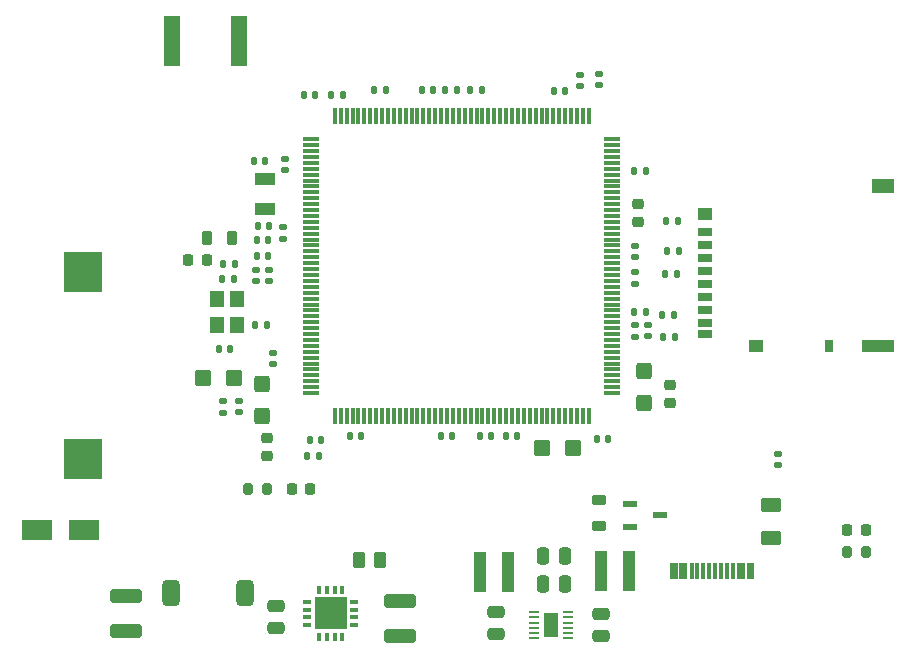
<source format=gbr>
%TF.GenerationSoftware,KiCad,Pcbnew,(5.99.0-3851-g809f4c2ffb)*%
%TF.CreationDate,2020-11-30T00:42:52+00:00*%
%TF.ProjectId,CM4,434d342e-6b69-4636-9164-5f7063625858,rev?*%
%TF.SameCoordinates,Original*%
%TF.FileFunction,Paste,Top*%
%TF.FilePolarity,Positive*%
%FSLAX46Y46*%
G04 Gerber Fmt 4.6, Leading zero omitted, Abs format (unit mm)*
G04 Created by KiCad (PCBNEW (5.99.0-3851-g809f4c2ffb)) date 2020-11-30 00:42:52*
%MOMM*%
%LPD*%
G01*
G04 APERTURE LIST*
G04 Aperture macros list*
%AMRoundRect*
0 Rectangle with rounded corners*
0 $1 Rounding radius*
0 $2 $3 $4 $5 $6 $7 $8 $9 X,Y pos of 4 corners*
0 Add a 4 corners polygon primitive as box body*
4,1,4,$2,$3,$4,$5,$6,$7,$8,$9,$2,$3,0*
0 Add four circle primitives for the rounded corners*
1,1,$1+$1,$2,$3,0*
1,1,$1+$1,$4,$5,0*
1,1,$1+$1,$6,$7,0*
1,1,$1+$1,$8,$9,0*
0 Add four rect primitives between the rounded corners*
20,1,$1+$1,$2,$3,$4,$5,0*
20,1,$1+$1,$4,$5,$6,$7,0*
20,1,$1+$1,$6,$7,$8,$9,0*
20,1,$1+$1,$8,$9,$2,$3,0*%
G04 Aperture macros list end*
%ADD10RoundRect,0.250000X-0.450000X-0.425000X0.450000X-0.425000X0.450000X0.425000X-0.450000X0.425000X0*%
%ADD11RoundRect,0.140000X0.170000X-0.140000X0.170000X0.140000X-0.170000X0.140000X-0.170000X-0.140000X0*%
%ADD12R,1.200000X0.700000*%
%ADD13R,0.800000X1.000000*%
%ADD14R,1.900000X1.300000*%
%ADD15R,2.800000X1.000000*%
%ADD16R,1.200000X1.000000*%
%ADD17R,2.500000X1.800000*%
%ADD18RoundRect,0.250000X-0.475000X0.250000X-0.475000X-0.250000X0.475000X-0.250000X0.475000X0.250000X0*%
%ADD19RoundRect,0.250000X-0.625000X0.375000X-0.625000X-0.375000X0.625000X-0.375000X0.625000X0.375000X0*%
%ADD20RoundRect,0.135000X-0.135000X-0.185000X0.135000X-0.185000X0.135000X0.185000X-0.135000X0.185000X0*%
%ADD21RoundRect,0.250000X0.425000X-0.450000X0.425000X0.450000X-0.425000X0.450000X-0.425000X-0.450000X0*%
%ADD22RoundRect,0.140000X-0.140000X-0.170000X0.140000X-0.170000X0.140000X0.170000X-0.140000X0.170000X0*%
%ADD23RoundRect,0.140000X0.140000X0.170000X-0.140000X0.170000X-0.140000X-0.170000X0.140000X-0.170000X0*%
%ADD24RoundRect,0.135000X0.135000X0.185000X-0.135000X0.185000X-0.135000X-0.185000X0.135000X-0.185000X0*%
%ADD25RoundRect,0.250000X1.100000X-0.325000X1.100000X0.325000X-1.100000X0.325000X-1.100000X-0.325000X0*%
%ADD26R,3.300000X3.500000*%
%ADD27RoundRect,0.218750X-0.218750X-0.256250X0.218750X-0.256250X0.218750X0.256250X-0.218750X0.256250X0*%
%ADD28RoundRect,0.250000X-0.262500X-0.450000X0.262500X-0.450000X0.262500X0.450000X-0.262500X0.450000X0*%
%ADD29RoundRect,0.140000X-0.170000X0.140000X-0.170000X-0.140000X0.170000X-0.140000X0.170000X0.140000X0*%
%ADD30RoundRect,0.250000X-0.425000X0.450000X-0.425000X-0.450000X0.425000X-0.450000X0.425000X0.450000X0*%
%ADD31RoundRect,0.218750X0.218750X0.381250X-0.218750X0.381250X-0.218750X-0.381250X0.218750X-0.381250X0*%
%ADD32RoundRect,0.250000X0.475000X-0.250000X0.475000X0.250000X-0.475000X0.250000X-0.475000X-0.250000X0*%
%ADD33R,0.300000X1.450000*%
%ADD34RoundRect,0.250000X0.250000X0.475000X-0.250000X0.475000X-0.250000X-0.475000X0.250000X-0.475000X0*%
%ADD35R,0.800000X0.350000*%
%ADD36R,0.350000X0.800000*%
%ADD37R,2.800000X2.800000*%
%ADD38RoundRect,0.375000X0.375000X0.725000X-0.375000X0.725000X-0.375000X-0.725000X0.375000X-0.725000X0*%
%ADD39R,0.980000X3.400000*%
%ADD40RoundRect,0.225000X0.250000X-0.225000X0.250000X0.225000X-0.250000X0.225000X-0.250000X-0.225000X0*%
%ADD41R,1.200000X1.400000*%
%ADD42RoundRect,0.218750X-0.256250X0.218750X-0.256250X-0.218750X0.256250X-0.218750X0.256250X0.218750X0*%
%ADD43R,1.800000X1.000000*%
%ADD44RoundRect,0.250000X0.450000X0.425000X-0.450000X0.425000X-0.450000X-0.425000X0.450000X-0.425000X0*%
%ADD45RoundRect,0.200000X0.200000X0.275000X-0.200000X0.275000X-0.200000X-0.275000X0.200000X-0.275000X0*%
%ADD46R,1.200000X0.600000*%
%ADD47R,1.450000X0.300000*%
%ADD48RoundRect,0.218750X-0.381250X0.218750X-0.381250X-0.218750X0.381250X-0.218750X0.381250X0.218750X0*%
%ADD49RoundRect,0.135000X-0.185000X0.135000X-0.185000X-0.135000X0.185000X-0.135000X0.185000X0.135000X0*%
%ADD50R,0.850000X0.250000*%
%ADD51R,1.310000X2.120000*%
%ADD52R,1.350000X4.200000*%
G04 APERTURE END LIST*
D10*
%TO.C,C47*%
X123750000Y-119200000D03*
X121050000Y-119200000D03*
%TD*%
D11*
%TO.C,C39*%
X99200000Y-101480000D03*
X99200000Y-100520000D03*
%TD*%
D12*
%TO.C,J4*%
X134875000Y-100925000D03*
X134875000Y-102025000D03*
X134875000Y-103125000D03*
X134875000Y-104225000D03*
X134875000Y-105325000D03*
X134875000Y-106425000D03*
X134875000Y-107525000D03*
X134875000Y-108625000D03*
X134875000Y-109575000D03*
D13*
X145375000Y-110525000D03*
D14*
X149975000Y-97025000D03*
D15*
X149525000Y-110525000D03*
D16*
X139175000Y-110525000D03*
X134875000Y-99375000D03*
%TD*%
D17*
%TO.C,D1*%
X82300000Y-126100000D03*
X78300000Y-126100000D03*
%TD*%
D18*
%TO.C,C12*%
X98600000Y-134450000D03*
X98600000Y-132550000D03*
%TD*%
D19*
%TO.C,F1*%
X140500000Y-126800000D03*
X140500000Y-124000000D03*
%TD*%
D20*
%TO.C,R19*%
X103190000Y-89300000D03*
X104210000Y-89300000D03*
%TD*%
D21*
%TO.C,C25*%
X97400000Y-113750000D03*
X97400000Y-116450000D03*
%TD*%
D22*
%TO.C,C18*%
X125720000Y-118400000D03*
X126680000Y-118400000D03*
%TD*%
D23*
%TO.C,C44*%
X129880000Y-107650000D03*
X128920000Y-107650000D03*
%TD*%
D24*
%TO.C,R24*%
X132560000Y-104500000D03*
X131540000Y-104500000D03*
%TD*%
D25*
%TO.C,C11*%
X109050000Y-132125000D03*
X109050000Y-135075000D03*
%TD*%
D26*
%TO.C,BT1*%
X82200000Y-120100000D03*
X82200000Y-104300000D03*
%TD*%
D27*
%TO.C,D2*%
X99912500Y-122700000D03*
X101487500Y-122700000D03*
%TD*%
D22*
%TO.C,C34*%
X110920000Y-88900000D03*
X111880000Y-88900000D03*
%TD*%
D23*
%TO.C,C37*%
X123080000Y-89000000D03*
X122120000Y-89000000D03*
%TD*%
D28*
%TO.C,R17*%
X105587500Y-128700000D03*
X107412500Y-128700000D03*
%TD*%
D29*
%TO.C,C17*%
X128950000Y-105280000D03*
X128950000Y-104320000D03*
%TD*%
D30*
%TO.C,C13*%
X129700000Y-115400000D03*
X129700000Y-112700000D03*
%TD*%
D23*
%TO.C,C16*%
X102380000Y-118500000D03*
X101420000Y-118500000D03*
%TD*%
D31*
%TO.C,L4*%
X94862500Y-101400000D03*
X92737500Y-101400000D03*
%TD*%
D32*
%TO.C,C9*%
X126100000Y-133250000D03*
X126100000Y-135150000D03*
%TD*%
D33*
%TO.C,J2*%
X132100000Y-129600000D03*
X132900000Y-129600000D03*
X134250000Y-129600000D03*
X135250000Y-129600000D03*
X135750000Y-129600000D03*
X136750000Y-129600000D03*
X138100000Y-129600000D03*
X138900000Y-129600000D03*
X138600000Y-129600000D03*
X137800000Y-129600000D03*
X137250000Y-129600000D03*
X136250000Y-129600000D03*
X134750000Y-129600000D03*
X133750000Y-129600000D03*
X133200000Y-129600000D03*
X132400000Y-129600000D03*
%TD*%
D27*
%TO.C,FB3*%
X91112500Y-103300000D03*
X92687500Y-103300000D03*
%TD*%
D23*
%TO.C,C15*%
X116780000Y-118200000D03*
X115820000Y-118200000D03*
%TD*%
D24*
%TO.C,R20*%
X97810000Y-108800000D03*
X96790000Y-108800000D03*
%TD*%
D23*
%TO.C,C52*%
X97980000Y-100400000D03*
X97020000Y-100400000D03*
%TD*%
D29*
%TO.C,C38*%
X125900000Y-88480000D03*
X125900000Y-87520000D03*
%TD*%
D34*
%TO.C,C8*%
X123050000Y-128350000D03*
X121150000Y-128350000D03*
%TD*%
D35*
%TO.C,IC5*%
X101200000Y-132225000D03*
X101200000Y-132875000D03*
X101200000Y-133525000D03*
X101200000Y-134175000D03*
D36*
X102225000Y-135200000D03*
X102875000Y-135200000D03*
X103525000Y-135200000D03*
X104175000Y-135200000D03*
D35*
X105200000Y-134175000D03*
X105200000Y-133525000D03*
X105200000Y-132875000D03*
X105200000Y-132225000D03*
D36*
X104175000Y-131200000D03*
X103525000Y-131200000D03*
X102875000Y-131200000D03*
X102225000Y-131200000D03*
D37*
X103200000Y-133200000D03*
%TD*%
D24*
%TO.C,R26*%
X132360000Y-109800000D03*
X131340000Y-109800000D03*
%TD*%
D34*
%TO.C,C6*%
X123050000Y-130700000D03*
X121150000Y-130700000D03*
%TD*%
D38*
%TO.C,L3*%
X95950000Y-131500000D03*
X89650000Y-131500000D03*
%TD*%
D23*
%TO.C,C35*%
X113880000Y-88900000D03*
X112920000Y-88900000D03*
%TD*%
D24*
%TO.C,R23*%
X132660000Y-102500000D03*
X131640000Y-102500000D03*
%TD*%
D25*
%TO.C,C10*%
X85900000Y-131725000D03*
X85900000Y-134675000D03*
%TD*%
D27*
%TO.C,D3*%
X146912500Y-126100000D03*
X148487500Y-126100000D03*
%TD*%
D23*
%TO.C,C31*%
X101880000Y-89300000D03*
X100920000Y-89300000D03*
%TD*%
D24*
%TO.C,R25*%
X132260000Y-107900000D03*
X131240000Y-107900000D03*
%TD*%
D39*
%TO.C,L2*%
X126115000Y-129600000D03*
X128485000Y-129600000D03*
%TD*%
D23*
%TO.C,C22*%
X113480000Y-118200000D03*
X112520000Y-118200000D03*
%TD*%
D29*
%TO.C,C21*%
X128950000Y-109780000D03*
X128950000Y-108820000D03*
%TD*%
D40*
%TO.C,C45*%
X131950000Y-113825000D03*
X131950000Y-115375000D03*
%TD*%
D41*
%TO.C,Y1*%
X93550000Y-106600000D03*
X93550000Y-108800000D03*
X95250000Y-108800000D03*
X95250000Y-106600000D03*
%TD*%
D22*
%TO.C,C29*%
X115020000Y-88900000D03*
X115980000Y-88900000D03*
%TD*%
D29*
%TO.C,C32*%
X96900000Y-105080000D03*
X96900000Y-104120000D03*
%TD*%
D42*
%TO.C,FB2*%
X97800000Y-119887500D03*
X97800000Y-118312500D03*
%TD*%
D11*
%TO.C,C20*%
X128950000Y-102070000D03*
X128950000Y-103030000D03*
%TD*%
D32*
%TO.C,C7*%
X117200000Y-133050000D03*
X117200000Y-134950000D03*
%TD*%
D29*
%TO.C,C26*%
X95400000Y-116180000D03*
X95400000Y-115220000D03*
%TD*%
D24*
%TO.C,R27*%
X107910000Y-88900000D03*
X106890000Y-88900000D03*
%TD*%
D23*
%TO.C,C19*%
X105780000Y-118200000D03*
X104820000Y-118200000D03*
%TD*%
D29*
%TO.C,C50*%
X141100000Y-120660000D03*
X141100000Y-119700000D03*
%TD*%
D43*
%TO.C,Y2*%
X97600000Y-98950000D03*
X97600000Y-96450000D03*
%TD*%
D23*
%TO.C,C51*%
X97680000Y-94900000D03*
X96720000Y-94900000D03*
%TD*%
D22*
%TO.C,C48*%
X93720000Y-110800000D03*
X94680000Y-110800000D03*
%TD*%
D44*
%TO.C,C23*%
X95050000Y-113300000D03*
X92350000Y-113300000D03*
%TD*%
D45*
%TO.C,R28*%
X148525000Y-128000000D03*
X146875000Y-128000000D03*
%TD*%
D39*
%TO.C,L1*%
X118185000Y-129700000D03*
X115815000Y-129700000D03*
%TD*%
D46*
%TO.C,Q1*%
X128550000Y-123950000D03*
X128550000Y-125850000D03*
X131050000Y-124900000D03*
%TD*%
D23*
%TO.C,C28*%
X102180000Y-119900000D03*
X101220000Y-119900000D03*
%TD*%
D40*
%TO.C,C40*%
X129200000Y-98525000D03*
X129200000Y-100075000D03*
%TD*%
D22*
%TO.C,C43*%
X96920000Y-101600000D03*
X97880000Y-101600000D03*
%TD*%
D29*
%TO.C,C27*%
X99300000Y-95680000D03*
X99300000Y-94720000D03*
%TD*%
D22*
%TO.C,C49*%
X94020000Y-104900000D03*
X94980000Y-104900000D03*
%TD*%
D29*
%TO.C,C46*%
X124300000Y-88580000D03*
X124300000Y-87620000D03*
%TD*%
%TO.C,C30*%
X98000000Y-105080000D03*
X98000000Y-104120000D03*
%TD*%
D24*
%TO.C,R22*%
X132610000Y-99950000D03*
X131590000Y-99950000D03*
%TD*%
D22*
%TO.C,C36*%
X128920000Y-95750000D03*
X129880000Y-95750000D03*
%TD*%
D29*
%TO.C,C33*%
X130100000Y-109730000D03*
X130100000Y-108770000D03*
%TD*%
D22*
%TO.C,C14*%
X118020000Y-118200000D03*
X118980000Y-118200000D03*
%TD*%
D47*
%TO.C,IC6*%
X101575000Y-93050000D03*
X101575000Y-93550000D03*
X101575000Y-94050000D03*
X101575000Y-94550000D03*
X101575000Y-95050000D03*
X101575000Y-95550000D03*
X101575000Y-96050000D03*
X101575000Y-96550000D03*
X101575000Y-97050000D03*
X101575000Y-97550000D03*
X101575000Y-98050000D03*
X101575000Y-98550000D03*
X101575000Y-99050000D03*
X101575000Y-99550000D03*
X101575000Y-100050000D03*
X101575000Y-100550000D03*
X101575000Y-101050000D03*
X101575000Y-101550000D03*
X101575000Y-102050000D03*
X101575000Y-102550000D03*
X101575000Y-103050000D03*
X101575000Y-103550000D03*
X101575000Y-104050000D03*
X101575000Y-104550000D03*
X101575000Y-105050000D03*
X101575000Y-105550000D03*
X101575000Y-106050000D03*
X101575000Y-106550000D03*
X101575000Y-107050000D03*
X101575000Y-107550000D03*
X101575000Y-108050000D03*
X101575000Y-108550000D03*
X101575000Y-109050000D03*
X101575000Y-109550000D03*
X101575000Y-110050000D03*
X101575000Y-110550000D03*
X101575000Y-111050000D03*
X101575000Y-111550000D03*
X101575000Y-112050000D03*
X101575000Y-112550000D03*
X101575000Y-113050000D03*
X101575000Y-113550000D03*
X101575000Y-114050000D03*
X101575000Y-114550000D03*
D33*
X103550000Y-116525000D03*
X104050000Y-116525000D03*
X104550000Y-116525000D03*
X105050000Y-116525000D03*
X105550000Y-116525000D03*
X106050000Y-116525000D03*
X106550000Y-116525000D03*
X107050000Y-116525000D03*
X107550000Y-116525000D03*
X108050000Y-116525000D03*
X108550000Y-116525000D03*
X109050000Y-116525000D03*
X109550000Y-116525000D03*
X110050000Y-116525000D03*
X110550000Y-116525000D03*
X111050000Y-116525000D03*
X111550000Y-116525000D03*
X112050000Y-116525000D03*
X112550000Y-116525000D03*
X113050000Y-116525000D03*
X113550000Y-116525000D03*
X114050000Y-116525000D03*
X114550000Y-116525000D03*
X115050000Y-116525000D03*
X115550000Y-116525000D03*
X116050000Y-116525000D03*
X116550000Y-116525000D03*
X117050000Y-116525000D03*
X117550000Y-116525000D03*
X118050000Y-116525000D03*
X118550000Y-116525000D03*
X119050000Y-116525000D03*
X119550000Y-116525000D03*
X120050000Y-116525000D03*
X120550000Y-116525000D03*
X121050000Y-116525000D03*
X121550000Y-116525000D03*
X122050000Y-116525000D03*
X122550000Y-116525000D03*
X123050000Y-116525000D03*
X123550000Y-116525000D03*
X124050000Y-116525000D03*
X124550000Y-116525000D03*
X125050000Y-116525000D03*
D47*
X127025000Y-114550000D03*
X127025000Y-114050000D03*
X127025000Y-113550000D03*
X127025000Y-113050000D03*
X127025000Y-112550000D03*
X127025000Y-112050000D03*
X127025000Y-111550000D03*
X127025000Y-111050000D03*
X127025000Y-110550000D03*
X127025000Y-110050000D03*
X127025000Y-109550000D03*
X127025000Y-109050000D03*
X127025000Y-108550000D03*
X127025000Y-108050000D03*
X127025000Y-107550000D03*
X127025000Y-107050000D03*
X127025000Y-106550000D03*
X127025000Y-106050000D03*
X127025000Y-105550000D03*
X127025000Y-105050000D03*
X127025000Y-104550000D03*
X127025000Y-104050000D03*
X127025000Y-103550000D03*
X127025000Y-103050000D03*
X127025000Y-102550000D03*
X127025000Y-102050000D03*
X127025000Y-101550000D03*
X127025000Y-101050000D03*
X127025000Y-100550000D03*
X127025000Y-100050000D03*
X127025000Y-99550000D03*
X127025000Y-99050000D03*
X127025000Y-98550000D03*
X127025000Y-98050000D03*
X127025000Y-97550000D03*
X127025000Y-97050000D03*
X127025000Y-96550000D03*
X127025000Y-96050000D03*
X127025000Y-95550000D03*
X127025000Y-95050000D03*
X127025000Y-94550000D03*
X127025000Y-94050000D03*
X127025000Y-93550000D03*
X127025000Y-93050000D03*
D33*
X125050000Y-91075000D03*
X124550000Y-91075000D03*
X124050000Y-91075000D03*
X123550000Y-91075000D03*
X123050000Y-91075000D03*
X122550000Y-91075000D03*
X122050000Y-91075000D03*
X121550000Y-91075000D03*
X121050000Y-91075000D03*
X120550000Y-91075000D03*
X120050000Y-91075000D03*
X119550000Y-91075000D03*
X119050000Y-91075000D03*
X118550000Y-91075000D03*
X118050000Y-91075000D03*
X117550000Y-91075000D03*
X117050000Y-91075000D03*
X116550000Y-91075000D03*
X116050000Y-91075000D03*
X115550000Y-91075000D03*
X115050000Y-91075000D03*
X114550000Y-91075000D03*
X114050000Y-91075000D03*
X113550000Y-91075000D03*
X113050000Y-91075000D03*
X112550000Y-91075000D03*
X112050000Y-91075000D03*
X111550000Y-91075000D03*
X111050000Y-91075000D03*
X110550000Y-91075000D03*
X110050000Y-91075000D03*
X109550000Y-91075000D03*
X109050000Y-91075000D03*
X108550000Y-91075000D03*
X108050000Y-91075000D03*
X107550000Y-91075000D03*
X107050000Y-91075000D03*
X106550000Y-91075000D03*
X106050000Y-91075000D03*
X105550000Y-91075000D03*
X105050000Y-91075000D03*
X104550000Y-91075000D03*
X104050000Y-91075000D03*
X103550000Y-91075000D03*
%TD*%
D22*
%TO.C,C42*%
X94120000Y-103600000D03*
X95080000Y-103600000D03*
%TD*%
D48*
%TO.C,FB1*%
X125900000Y-125762500D03*
X125900000Y-123637500D03*
%TD*%
D11*
%TO.C,C24*%
X98300000Y-111120000D03*
X98300000Y-112080000D03*
%TD*%
D22*
%TO.C,C41*%
X96920000Y-102900000D03*
X97880000Y-102900000D03*
%TD*%
D49*
%TO.C,R18*%
X94100000Y-116210000D03*
X94100000Y-115190000D03*
%TD*%
D50*
%TO.C,IC4*%
X120400000Y-133075000D03*
X120400000Y-133525000D03*
X120400000Y-133975000D03*
X120400000Y-134425000D03*
X120400000Y-134875000D03*
X120400000Y-135325000D03*
X123300000Y-135325000D03*
X123300000Y-134875000D03*
X123300000Y-134425000D03*
X123300000Y-133975000D03*
X123300000Y-133525000D03*
X123300000Y-133075000D03*
D51*
X121850000Y-134200000D03*
%TD*%
D45*
%TO.C,R21*%
X97825000Y-122700000D03*
X96175000Y-122700000D03*
%TD*%
D52*
%TO.C,J1*%
X89775000Y-84700000D03*
X95425000Y-84700000D03*
%TD*%
M02*

</source>
